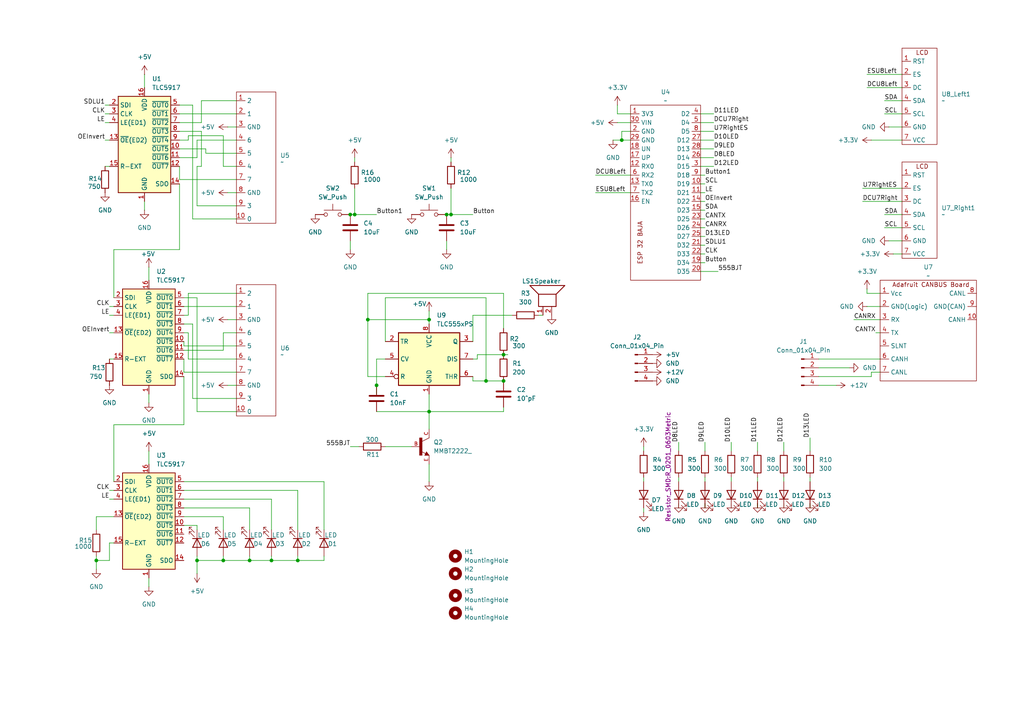
<source format=kicad_sch>
(kicad_sch (version 20231120) (generator "eeschema") (generator_version "8.0")
  (paper "A4")
  (lib_symbols
    (symbol "7 Segment LCD:7_Segment_LED"
      (property "Reference" "U" (at 0 0 0))
      (symbol "7_Segment_LED_1_1"
        (pin input line (at -7.62 0 0) (length 2.54) (name "2") (number "1"))
        (pin input line (at -7.62 -34.29 0) (length 2.54) (name "0") (number "10"))
        (pin input line (at -7.62 -3.81 0) (length 2.54) (name "1") (number "2"))
        (pin input line (at -7.62 -7.62 0) (length 2.54) (name "GND") (number "3"))
        (pin input line (at -7.62 -11.43 0) (length 2.54) (name "6") (number "4"))
        (pin input line (at -7.62 -15.24 0) (length 2.54) (name "5") (number "5"))
        (pin input line (at -7.62 -19.05 0) (length 2.54) (name "4") (number "6"))
        (pin input line (at -7.62 -22.86 0) (length 2.54) (name "7") (number "7"))
        (pin input line (at -7.62 -26.67 0) (length 2.54) (name "GND") (number "8"))
        (pin input line (at -7.62 -30.48 0) (length 2.54) (name "3") (number "9"))
      )
    )
    (symbol "CanBUS:Adafruit_CAN_Pal"
      (property "Reference" "U" (at 0 0 0))
      (symbol "Adafruit_CAN_Pal_1_1"
        (text "Adafruit CANBUS Board" (at -0.508 2.54 0) (effects (font (size 1.27 1.27))))
        (pin input line (at -15.24 0 0) (length 2.54) (name "Vcc") (number "1"))
        (pin input line (at 12.7 -7.62 180) (length 2.54) (name "CANH") (number "10"))
        (pin input line (at -15.24 -3.81 0) (length 2.54) (name "GND(Logic)") (number "2"))
        (pin input line (at -15.24 -7.62 0) (length 2.54) (name "RX") (number "3"))
        (pin input line (at -15.24 -11.43 0) (length 2.54) (name "TX") (number "4"))
        (pin input line (at -15.24 -15.24 0) (length 2.54) (name "SLNT") (number "5"))
        (pin input line (at -15.24 -19.05 0) (length 2.54) (name "CANH") (number "6"))
        (pin input line (at -15.24 -22.86 0) (length 2.54) (name "CANL") (number "7"))
        (pin input line (at 12.7 0 180) (length 2.54) (name "CANL") (number "8"))
        (pin input line (at 12.7 -3.81 180) (length 2.54) (name "GND(CAN)") (number "9"))
      )
    )
    (symbol "Connector:Conn_01x04_Pin" (pin_names (offset 1.016) hide)
      (property "Reference" "J" (at 0 5.08 0))
      (property "Value" "Conn_01x04_Pin" (at 0 -7.62 0))
      (symbol "Conn_01x04_Pin_1_1"
        (pin passive line (at 5.08 2.54 180) (length 3.81) (name "Pin_1") (number "1"))
        (pin passive line (at 5.08 0 180) (length 3.81) (name "Pin_2") (number "2"))
        (pin passive line (at 5.08 -2.54 180) (length 3.81) (name "Pin_3") (number "3"))
        (pin passive line (at 5.08 -5.08 180) (length 3.81) (name "Pin_4") (number "4"))
      )
    )
    (symbol "Device:C" (pin_numbers hide) (pin_names (offset 0.254))
      (property "Reference" "C" (at 0.635 2.54 0))
      (property "Value" "C" (at 0.635 -2.54 0))
      (symbol "C_1_1"
        (pin passive line (at 0 3.81 270) (length 2.794) (name "~") (number "1"))
        (pin passive line (at 0 -3.81 90) (length 2.794) (name "~") (number "2"))
      )
    )
    (symbol "Device:LED" (pin_numbers hide) (pin_names (offset 1.016) hide)
      (property "Reference" "D" (at 0 2.54 0))
      (property "Value" "LED" (at 0 -2.54 0))
      (symbol "LED_1_1"
        (pin passive line (at -3.81 0 0) (length 2.54) (name "K") (number "1"))
        (pin passive line (at 3.81 0 180) (length 2.54) (name "A") (number "2"))
      )
    )
    (symbol "Device:R" (pin_numbers hide) (pin_names (offset 0))
      (property "Reference" "R" (at 2.032 0 90))
      (property "Value" "R" (at 0 0 90))
      (symbol "R_1_1"
        (pin passive line (at 0 3.81 270) (length 1.27) (name "~") (number "1"))
        (pin passive line (at 0 -3.81 90) (length 1.27) (name "~") (number "2"))
      )
    )
    (symbol "Device:Speaker" (pin_names (offset 0) hide)
      (property "Reference" "LS" (at 1.27 5.715 0))
      (property "Value" "Speaker" (at 1.27 3.81 0))
      (symbol "Speaker_1_1"
        (pin input line (at -5.08 0 0) (length 2.54) (name "1") (number "1"))
        (pin input line (at -5.08 -2.54 0) (length 2.54) (name "2") (number "2"))
      )
    )
    (symbol "Driver_LED:TLC5917"
      (property "Reference" "U" (at -7.62 13.97 0))
      (property "Value" "TLC5917" (at -7.62 -16.51 0))
      (symbol "TLC5917_1_0"
        (pin power_in line (at 0 -17.78 90) (length 2.54) (name "GND") (number "1"))
        (pin open_collector line (at 10.16 -2.54 180) (length 2.54) (name "~{OUT5}") (number "10"))
        (pin open_collector line (at 10.16 -5.08 180) (length 2.54) (name "~{OUT6}") (number "11"))
        (pin open_collector line (at 10.16 -7.62 180) (length 2.54) (name "~{OUT7}") (number "12"))
        (pin passive line (at -10.16 0 0) (length 2.54) (name "~{OE}(ED2)") (number "13"))
        (pin output line (at 10.16 -12.7 180) (length 2.54) (name "SDO") (number "14"))
        (pin input line (at -10.16 -7.62 0) (length 2.54) (name "R-EXT") (number "15"))
        (pin power_in line (at 0 15.24 270) (length 2.54) (name "VDD") (number "16"))
        (pin input line (at -10.16 10.16 0) (length 2.54) (name "SDI") (number "2"))
        (pin input line (at -10.16 7.62 0) (length 2.54) (name "CLK") (number "3"))
        (pin passive line (at -10.16 5.08 0) (length 2.54) (name "LE(ED1)") (number "4"))
        (pin open_collector line (at 10.16 10.16 180) (length 2.54) (name "~{OUT0}") (number "5"))
        (pin open_collector line (at 10.16 7.62 180) (length 2.54) (name "~{OUT1}") (number "6"))
        (pin open_collector line (at 10.16 5.08 180) (length 2.54) (name "~{OUT2}") (number "7"))
        (pin open_collector line (at 10.16 2.54 180) (length 2.54) (name "~{OUT3}") (number "8"))
        (pin open_collector line (at 10.16 0 180) (length 2.54) (name "~{OUT4}") (number "9"))
      )
    )
    (symbol "ESP 32:ESP32"
      (property "Reference" "U" (at 0 0 0))
      (symbol "ESP32_1_1"
        (text "ESP 32 BAJA\n" (at -7.366 -38.608 900) (effects (font (size 1.27 1.27))))
        (pin power_in line (at -10.16 -1.27 0) (length 2.54) (name "3V3") (number "1"))
        (pin bidirectional line (at 10.16 -21.59 180) (length 2.54) (name "D19") (number "10"))
        (pin bidirectional line (at 10.16 -24.13 180) (length 2.54) (name "D21") (number "11"))
        (pin input line (at -10.16 -16.51 0) (length 2.54) (name "RX0") (number "12"))
        (pin output line (at -10.16 -21.59 0) (length 2.54) (name "TX0") (number "13"))
        (pin bidirectional line (at 10.16 -26.67 180) (length 2.54) (name "D22") (number "14"))
        (pin bidirectional line (at 10.16 -29.21 180) (length 2.54) (name "D23") (number "15"))
        (pin bidirectional line (at -10.16 -26.67 0) (length 2.54) (name "EN") (number "16"))
        (pin passive line (at -10.16 -13.97 0) (length 2.54) (name "UP") (number "17"))
        (pin free line (at -10.16 -11.43 0) (length 2.54) (name "UN") (number "18"))
        (pin bidirectional line (at 10.16 -44.45 180) (length 2.54) (name "D34") (number "19"))
        (pin power_in line (at -10.16 -6.35 0) (length 2.54) (name "GND") (number "2"))
        (pin bidirectional line (at 10.16 -46.99 180) (length 2.54) (name "D35") (number "20"))
        (pin bidirectional line (at 10.16 -39.37 180) (length 2.54) (name "D32") (number "21"))
        (pin bidirectional line (at 10.16 -41.91 180) (length 2.54) (name "D33") (number "22"))
        (pin bidirectional line (at 10.16 -31.75 180) (length 2.54) (name "D25") (number "23"))
        (pin bidirectional line (at 10.16 -34.29 180) (length 2.54) (name "D26") (number "24"))
        (pin bidirectional line (at 10.16 -36.83 180) (length 2.54) (name "D27") (number "25"))
        (pin bidirectional line (at 10.16 -13.97 180) (length 2.54) (name "D14") (number "26"))
        (pin bidirectional line (at 10.16 -8.89 180) (length 2.54) (name "D12") (number "27"))
        (pin bidirectional line (at 10.16 -11.43 180) (length 2.54) (name "D13") (number "28"))
        (pin power_in line (at -10.16 -8.89 0) (length 2.54) (name "GND") (number "29"))
        (pin bidirectional line (at 10.16 -16.51 180) (length 2.54) (name "D15") (number "3"))
        (pin power_in line (at -10.16 -3.81 0) (length 2.54) (name "VIN") (number "30"))
        (pin bidirectional line (at 10.16 -1.27 180) (length 2.54) (name "D2") (number "4"))
        (pin bidirectional line (at 10.16 -3.81 180) (length 2.54) (name "D4") (number "5"))
        (pin input line (at -10.16 -19.05 0) (length 2.54) (name "RX2") (number "6"))
        (pin output line (at -10.16 -24.13 0) (length 2.54) (name "TX2") (number "7"))
        (pin bidirectional line (at 10.16 -6.35 180) (length 2.54) (name "D5") (number "8"))
        (pin bidirectional line (at 10.16 -19.05 180) (length 2.54) (name "D18") (number "9"))
      )
    )
    (symbol "LCD:Teyleten_Robot_1.28_Inch_TFT_LCD_Display_Module_Round_RGB_240_*_240_GC9A01_Driver_4_Wire_SPI_Interface_240x240_PCB_for_Arduino_3PCS"
      (property "Reference" "U" (at 0 0 0))
      (symbol "Teyleten_Robot_1.28_Inch_TFT_LCD_Display_Module_Round_RGB_240_*_240_GC9A01_Driver_4_Wire_SPI_Interface_240x240_PCB_for_Arduino_3PCS_1_1"
        (text "LCD" (at 3.302 0 0) (effects (font (size 1.27 1.27))))
        (pin input line (at -2.54 -2.54 0) (length 2.54) (name "RST") (number "1"))
        (pin input line (at -2.54 -6.35 0) (length 2.54) (name "ES") (number "2"))
        (pin input line (at -2.54 -10.16 0) (length 2.54) (name "DC") (number "3"))
        (pin input line (at -2.54 -13.97 0) (length 2.54) (name "SDA") (number "4"))
        (pin input line (at -2.54 -17.78 0) (length 2.54) (name "SCL") (number "5"))
        (pin input line (at -2.54 -21.59 0) (length 2.54) (name "GND") (number "6"))
        (pin input line (at -2.54 -25.4 0) (length 2.54) (name "VCC") (number "7"))
      )
    )
    (symbol "MMBT2222_:MMBT2222_" (pin_names (offset 1.016))
      (property "Reference" "Q" (at -10.1692 7.6269 0))
      (property "Value" "MMBT2222_" (at -10.1765 5.0882 0))
      (symbol "MMBT2222__0_0"
        (pin passive line (at -2.54 0 0) (length 2.54) (name "~") (number "B"))
        (pin passive line (at 2.54 5.08 270) (length 2.54) (name "~") (number "C"))
        (pin passive line (at 2.54 -5.08 90) (length 2.54) (name "~") (number "E"))
      )
    )
    (symbol "Mechanical:MountingHole" (pin_names (offset 1.016)) (exclude_from_sim yes) (in_bom no)
      (property "Reference" "H" (at 0 5.08 0))
      (property "Value" "MountingHole" (at 0 3.175 0))
    )
    (symbol "Switch:SW_Push" (pin_numbers hide) (pin_names (offset 1.016) hide)
      (property "Reference" "SW" (at 1.27 2.54 0))
      (property "Value" "SW_Push" (at 0 -1.524 0))
      (symbol "SW_Push_0_1"
        (pin passive line (at -5.08 0 0) (length 2.54) (name "1") (number "1"))
        (pin passive line (at 5.08 0 180) (length 2.54) (name "2") (number "2"))
      )
    )
    (symbol "Timer:TLC555xPS"
      (property "Reference" "U" (at -10.16 8.89 0))
      (property "Value" "TLC555xPS" (at 2.54 8.89 0))
      (symbol "TLC555xPS_0_0"
        (pin power_in line (at 0 -10.16 90) (length 2.54) (name "GND") (number "1"))
        (pin power_in line (at 0 10.16 270) (length 2.54) (name "VCC") (number "8"))
      )
      (symbol "TLC555xPS_1_1"
        (pin input line (at -12.7 5.08 0) (length 3.81) (name "TR") (number "2"))
        (pin output line (at 12.7 5.08 180) (length 3.81) (name "Q") (number "3"))
        (pin input inverted (at -12.7 -5.08 0) (length 3.81) (name "R") (number "4"))
        (pin input line (at -12.7 0 0) (length 3.81) (name "CV") (number "5"))
        (pin input line (at 12.7 -5.08 180) (length 3.81) (name "THR") (number "6"))
        (pin input line (at 12.7 0 180) (length 3.81) (name "DIS") (number "7"))
      )
    )
    (symbol "power:+12V" (power) (pin_numbers hide) (pin_names (offset 0) hide)
      (property "Value" "+12V" (at 0 3.556 0))
      (symbol "+12V_1_1"
        (pin power_in line (at 0 0 90) (length 0) (name "~") (number "1"))
      )
    )
    (symbol "power:+3.3V" (power) (pin_numbers hide) (pin_names (offset 0) hide)
      (property "Value" "+3.3V" (at 0 3.556 0))
      (symbol "+3.3V_1_1"
        (pin power_in line (at 0 0 90) (length 0) (name "~") (number "1"))
      )
    )
    (symbol "power:+5V" (power) (pin_numbers hide) (pin_names (offset 0) hide)
      (property "Value" "+5V" (at 0 3.556 0))
      (symbol "+5V_1_1"
        (pin power_in line (at 0 0 90) (length 0) (name "~") (number "1"))
      )
    )
    (symbol "power:GND" (power) (pin_numbers hide) (pin_names (offset 0) hide)
      (property "Value" "GND" (at 0 -3.81 0))
      (symbol "GND_1_1"
        (pin power_in line (at 0 0 270) (length 0) (name "~") (number "1"))
      )
    )
  )
  (junction (at 140.97 110.49))
  (junction (at 129.54 62.23))
  (junction (at 109.22 111.76))
  (junction (at 86.36 162.56))
  (junction (at 124.46 119.38))
  (junction (at 57.15 162.56))
  (junction (at 106.68 92.71))
  (junction (at 72.39 162.56))
  (junction (at 146.05 110.49))
  (junction (at 146.05 102.87))
  (junction (at 64.77 162.56))
  (junction (at 180.34 40.64))
  (junction (at 130.81 62.23))
  (junction (at 78.74 162.56))
  (junction (at 27.94 162.56))
  (junction (at 101.6 62.23))
  (junction (at 124.46 92.71))
  (junction (at 102.87 62.23))
  (wire (pts (xy 41.91 21.59) (xy 41.91 25.4)))
  (wire (pts (xy 137.16 91.44) (xy 137.16 99.06)))
  (wire (pts (xy 43.18 77.47) (xy 43.18 81.28)))
  (wire (pts (xy 180.34 40.64) (xy 182.88 40.64)))
  (wire (pts (xy 101.6 129.54) (xy 104.14 129.54)))
  (wire (pts (xy 109.22 104.14) (xy 109.22 111.76)))
  (wire (pts (xy 227.33 146.05) (xy 227.33 147.32)))
  (wire (pts (xy 64.77 149.86) (xy 64.77 153.67)))
  (wire (pts (xy 247.65 92.71) (xy 255.27 92.71)))
  (wire (pts (xy 234.95 146.05) (xy 234.95 147.32)))
  (wire (pts (xy 58.42 29.21) (xy 68.58 29.21)))
  (wire (pts (xy 68.58 44.45) (xy 59.69 44.45)))
  (wire (pts (xy 109.22 119.38) (xy 124.46 119.38)))
  (wire (pts (xy 251.46 21.59) (xy 261.62 21.59)))
  (wire (pts (xy 72.39 147.32) (xy 72.39 153.67)))
  (wire (pts (xy 78.74 162.56) (xy 86.36 162.56)))
  (wire (pts (xy 30.48 35.56) (xy 31.75 35.56)))
  (wire (pts (xy 207.01 45.72) (xy 203.2 45.72)))
  (wire (pts (xy 207.01 48.26) (xy 203.2 48.26)))
  (wire (pts (xy 186.69 129.54) (xy 186.69 130.81)))
  (wire (pts (xy 64.77 101.6) (xy 64.77 96.52)))
  (wire (pts (xy 64.77 48.26) (xy 64.77 39.37)))
  (wire (pts (xy 130.81 45.72) (xy 130.81 46.99)))
  (wire (pts (xy 204.47 60.96) (xy 203.2 60.96)))
  (wire (pts (xy 148.59 91.44) (xy 137.16 91.44)))
  (wire (pts (xy 186.69 147.32) (xy 186.69 148.59)))
  (wire (pts (xy 43.18 114.3) (xy 43.18 116.84)))
  (wire (pts (xy 68.58 48.26) (xy 64.77 48.26)))
  (wire (pts (xy 43.18 167.64) (xy 43.18 170.18)))
  (wire (pts (xy 124.46 92.71) (xy 106.68 92.71)))
  (wire (pts (xy 204.47 146.05) (xy 204.47 147.32)))
  (wire (pts (xy 52.07 38.1) (xy 58.42 38.1)))
  (wire (pts (xy 157.48 91.44) (xy 156.21 91.44)))
  (wire (pts (xy 256.54 29.21) (xy 261.62 29.21)))
  (wire (pts (xy 204.47 68.58) (xy 203.2 68.58)))
  (wire (pts (xy 237.49 104.14) (xy 255.27 104.14)))
  (wire (pts (xy 53.34 147.32) (xy 72.39 147.32)))
  (wire (pts (xy 196.85 146.05) (xy 196.85 147.32)))
  (wire (pts (xy 204.47 53.34) (xy 203.2 53.34)))
  (wire (pts (xy 55.88 115.57) (xy 55.88 93.98)))
  (wire (pts (xy 237.49 109.22) (xy 252.73 109.22)))
  (wire (pts (xy 55.88 93.98) (xy 53.34 93.98)))
  (wire (pts (xy 59.69 44.45) (xy 59.69 43.18)))
  (wire (pts (xy 124.46 114.3) (xy 124.46 119.38)))
  (wire (pts (xy 52.07 52.07) (xy 68.58 52.07)))
  (wire (pts (xy 129.54 72.39) (xy 129.54 69.85)))
  (wire (pts (xy 78.74 161.29) (xy 78.74 162.56)))
  (wire (pts (xy 124.46 90.17) (xy 124.46 92.71)))
  (wire (pts (xy 203.2 50.8) (xy 204.47 50.8)))
  (wire (pts (xy 137.16 110.49) (xy 140.97 110.49)))
  (wire (pts (xy 251.46 83.82) (xy 251.46 85.09)))
  (wire (pts (xy 237.49 111.76) (xy 242.57 111.76)))
  (wire (pts (xy 111.76 86.36) (xy 111.76 99.06)))
  (wire (pts (xy 124.46 119.38) (xy 146.05 119.38)))
  (wire (pts (xy 101.6 62.23) (xy 102.87 62.23)))
  (wire (pts (xy 204.47 138.43) (xy 204.47 139.7)))
  (wire (pts (xy 68.58 85.09) (xy 54.61 85.09)))
  (wire (pts (xy 78.74 144.78) (xy 78.74 153.67)))
  (wire (pts (xy 64.77 162.56) (xy 72.39 162.56)))
  (wire (pts (xy 54.61 91.44) (xy 53.34 91.44)))
  (wire (pts (xy 31.75 91.44) (xy 33.02 91.44)))
  (wire (pts (xy 204.47 55.88) (xy 203.2 55.88)))
  (wire (pts (xy 53.34 100.33) (xy 53.34 99.06)))
  (wire (pts (xy 196.85 138.43) (xy 196.85 139.7)))
  (wire (pts (xy 31.75 142.24) (xy 33.02 142.24)))
  (wire (pts (xy 54.61 85.09) (xy 54.61 91.44)))
  (wire (pts (xy 219.71 128.27) (xy 219.71 130.81)))
  (wire (pts (xy 52.07 72.39) (xy 33.02 72.39)))
  (wire (pts (xy 140.97 110.49) (xy 140.97 86.36)))
  (wire (pts (xy 196.85 128.27) (xy 196.85 130.81)))
  (wire (pts (xy 52.07 53.34) (xy 52.07 72.39)))
  (wire (pts (xy 111.76 104.14) (xy 109.22 104.14)))
  (wire (pts (xy 137.16 104.14) (xy 138.43 104.14)))
  (wire (pts (xy 212.09 138.43) (xy 212.09 139.7)))
  (wire (pts (xy 57.15 86.36) (xy 53.34 86.36)))
  (wire (pts (xy 33.02 149.86) (xy 27.94 149.86)))
  (wire (pts (xy 179.07 35.56) (xy 182.88 35.56)))
  (wire (pts (xy 234.95 127) (xy 234.95 130.81)))
  (wire (pts (xy 54.61 39.37) (xy 54.61 40.64)))
  (wire (pts (xy 130.81 62.23) (xy 137.16 62.23)))
  (wire (pts (xy 207.01 38.1) (xy 203.2 38.1)))
  (wire (pts (xy 177.8 40.64) (xy 180.34 40.64)))
  (wire (pts (xy 58.42 35.56) (xy 58.42 29.21)))
  (wire (pts (xy 53.34 101.6) (xy 64.77 101.6)))
  (wire (pts (xy 53.34 139.7) (xy 93.98 139.7)))
  (wire (pts (xy 64.77 39.37) (xy 54.61 39.37)))
  (wire (pts (xy 204.47 71.12) (xy 203.2 71.12)))
  (wire (pts (xy 227.33 128.27) (xy 227.33 130.81)))
  (wire (pts (xy 58.42 48.26) (xy 58.42 38.1)))
  (wire (pts (xy 57.15 152.4) (xy 57.15 153.67)))
  (wire (pts (xy 27.94 165.1) (xy 27.94 162.56)))
  (wire (pts (xy 31.75 157.48) (xy 33.02 157.48)))
  (wire (pts (xy 234.95 138.43) (xy 234.95 139.7)))
  (wire (pts (xy 251.46 25.4) (xy 261.62 25.4)))
  (wire (pts (xy 31.75 162.56) (xy 27.94 162.56)))
  (wire (pts (xy 146.05 95.25) (xy 146.05 85.09)))
  (wire (pts (xy 130.81 54.61) (xy 130.81 62.23)))
  (wire (pts (xy 219.71 138.43) (xy 219.71 139.7)))
  (wire (pts (xy 68.58 119.38) (xy 57.15 119.38)))
  (wire (pts (xy 204.47 63.5) (xy 203.2 63.5)))
  (wire (pts (xy 257.81 69.85) (xy 261.62 69.85)))
  (wire (pts (xy 250.19 58.42) (xy 261.62 58.42)))
  (wire (pts (xy 27.94 162.56) (xy 27.94 161.29)))
  (wire (pts (xy 102.87 54.61) (xy 102.87 62.23)))
  (wire (pts (xy 86.36 161.29) (xy 86.36 162.56)))
  (wire (pts (xy 102.87 62.23) (xy 109.22 62.23)))
  (wire (pts (xy 52.07 52.07) (xy 52.07 48.26)))
  (wire (pts (xy 254 96.52) (xy 255.27 96.52)))
  (wire (pts (xy 212.09 146.05) (xy 212.09 147.32)))
  (wire (pts (xy 250.19 54.61) (xy 261.62 54.61)))
  (wire (pts (xy 52.07 33.02) (xy 68.58 33.02)))
  (wire (pts (xy 227.33 138.43) (xy 227.33 139.7)))
  (wire (pts (xy 68.58 104.14) (xy 54.61 104.14)))
  (wire (pts (xy 256.54 33.02) (xy 261.62 33.02)))
  (wire (pts (xy 52.07 30.48) (xy 55.88 30.48)))
  (wire (pts (xy 237.49 106.68) (xy 246.38 106.68)))
  (wire (pts (xy 207.01 40.64) (xy 203.2 40.64)))
  (wire (pts (xy 68.58 63.5) (xy 55.88 63.5)))
  (wire (pts (xy 86.36 162.56) (xy 93.98 162.56)))
  (wire (pts (xy 54.61 104.14) (xy 54.61 96.52)))
  (wire (pts (xy 146.05 85.09) (xy 106.68 85.09)))
  (wire (pts (xy 204.47 66.04) (xy 203.2 66.04)))
  (wire (pts (xy 57.15 48.26) (xy 58.42 48.26)))
  (wire (pts (xy 180.34 38.1) (xy 180.34 40.64)))
  (wire (pts (xy 203.2 43.18) (xy 207.01 43.18)))
  (wire (pts (xy 53.34 142.24) (xy 86.36 142.24)))
  (wire (pts (xy 66.04 111.76) (xy 68.58 111.76)))
  (wire (pts (xy 53.34 144.78) (xy 78.74 144.78)))
  (wire (pts (xy 66.04 55.88) (xy 68.58 55.88)))
  (wire (pts (xy 124.46 92.71) (xy 124.46 93.98)))
  (wire (pts (xy 53.34 107.95) (xy 53.34 104.14)))
  (wire (pts (xy 146.05 102.87) (xy 138.43 102.87)))
  (wire (pts (xy 53.34 149.86) (xy 64.77 149.86)))
  (wire (pts (xy 59.69 43.18) (xy 52.07 43.18)))
  (wire (pts (xy 41.91 58.42) (xy 41.91 60.96)))
  (wire (pts (xy 31.75 157.48) (xy 31.75 162.56)))
  (wire (pts (xy 207.01 33.02) (xy 203.2 33.02)))
  (wire (pts (xy 68.58 107.95) (xy 53.34 107.95)))
  (wire (pts (xy 27.94 149.86) (xy 27.94 153.67)))
  (wire (pts (xy 31.75 104.14) (xy 33.02 104.14)))
  (wire (pts (xy 57.15 45.72) (xy 52.07 45.72)))
  (wire (pts (xy 55.88 63.5) (xy 55.88 30.48)))
  (wire (pts (xy 53.34 88.9) (xy 68.58 88.9)))
  (wire (pts (xy 182.88 38.1) (xy 180.34 38.1)))
  (wire (pts (xy 106.68 109.22) (xy 111.76 109.22)))
  (wire (pts (xy 43.18 130.81) (xy 43.18 134.62)))
  (wire (pts (xy 66.04 92.71) (xy 68.58 92.71)))
  (wire (pts (xy 140.97 110.49) (xy 146.05 110.49)))
  (wire (pts (xy 57.15 162.56) (xy 64.77 162.56)))
  (wire (pts (xy 204.47 76.2) (xy 203.2 76.2)))
  (wire (pts (xy 102.87 45.72) (xy 102.87 46.99)))
  (wire (pts (xy 251.46 85.09) (xy 255.27 85.09)))
  (wire (pts (xy 64.77 96.52) (xy 68.58 96.52)))
  (wire (pts (xy 68.58 115.57) (xy 55.88 115.57)))
  (wire (pts (xy 57.15 162.56) (xy 57.15 166.37)))
  (wire (pts (xy 57.15 40.64) (xy 57.15 45.72)))
  (wire (pts (xy 219.71 146.05) (xy 219.71 147.32)))
  (wire (pts (xy 204.47 58.42) (xy 203.2 58.42)))
  (wire (pts (xy 140.97 86.36) (xy 111.76 86.36)))
  (wire (pts (xy 204.47 73.66) (xy 203.2 73.66)))
  (wire (pts (xy 111.76 129.54) (xy 119.38 129.54)))
  (wire (pts (xy 33.02 123.19) (xy 33.02 139.7)))
  (wire (pts (xy 68.58 40.64) (xy 57.15 40.64)))
  (wire (pts (xy 261.62 40.64) (xy 252.73 40.64)))
  (wire (pts (xy 72.39 162.56) (xy 78.74 162.56)))
  (wire (pts (xy 101.6 72.39) (xy 101.6 69.85)))
  (wire (pts (xy 138.43 102.87) (xy 138.43 104.14)))
  (wire (pts (xy 54.61 96.52) (xy 53.34 96.52)))
  (wire (pts (xy 93.98 139.7) (xy 93.98 153.67)))
  (wire (pts (xy 204.47 128.27) (xy 204.47 130.81)))
  (wire (pts (xy 259.08 73.66) (xy 261.62 73.66)))
  (wire (pts (xy 106.68 92.71) (xy 106.68 109.22)))
  (wire (pts (xy 86.36 142.24) (xy 86.36 153.67)))
  (wire (pts (xy 52.07 35.56) (xy 58.42 35.56)))
  (wire (pts (xy 256.54 62.23) (xy 261.62 62.23)))
  (wire (pts (xy 54.61 40.64) (xy 52.07 40.64)))
  (wire (pts (xy 30.48 48.26) (xy 31.75 48.26)))
  (wire (pts (xy 179.07 33.02) (xy 182.88 33.02)))
  (wire (pts (xy 207.01 35.56) (xy 203.2 35.56)))
  (wire (pts (xy 68.58 100.33) (xy 53.34 100.33)))
  (wire (pts (xy 57.15 59.69) (xy 57.15 48.26)))
  (wire (pts (xy 172.72 50.8) (xy 182.88 50.8)))
  (wire (pts (xy 212.09 128.27) (xy 212.09 130.81)))
  (wire (pts (xy 93.98 161.29) (xy 93.98 162.56)))
  (wire (pts (xy 106.68 85.09) (xy 106.68 92.71)))
  (wire (pts (xy 256.54 66.04) (xy 261.62 66.04)))
  (wire (pts (xy 31.75 144.78) (xy 33.02 144.78)))
  (wire (pts (xy 57.15 59.69) (xy 68.58 59.69)))
  (wire (pts (xy 53.34 123.19) (xy 33.02 123.19)))
  (wire (pts (xy 53.34 109.22) (xy 53.34 123.19)))
  (wire (pts (xy 31.75 96.52) (xy 33.02 96.52)))
  (wire (pts (xy 57.15 152.4) (xy 53.34 152.4)))
  (wire (pts (xy 30.48 30.48) (xy 31.75 30.48)))
  (wire (pts (xy 257.81 36.83) (xy 261.62 36.83)))
  (wire (pts (xy 57.15 161.29) (xy 57.15 162.56)))
  (wire (pts (xy 147.32 102.87) (xy 146.05 102.87)))
  (wire (pts (xy 109.22 111.76) (xy 109.22 114.3)))
  (wire (pts (xy 179.07 30.48) (xy 179.07 33.02)))
  (wire (pts (xy 64.77 161.29) (xy 64.77 162.56)))
  (wire (pts (xy 124.46 119.38) (xy 124.46 124.46)))
  (wire (pts (xy 203.2 78.74) (xy 208.28 78.74)))
  (wire (pts (xy 72.39 162.56) (xy 72.39 161.29)))
  (wire (pts (xy 137.16 110.49) (xy 137.16 109.22)))
  (wire (pts (xy 186.69 138.43) (xy 186.69 139.7)))
  (wire (pts (xy 146.05 118.11) (xy 146.05 119.38)))
  (wire (pts (xy 252.73 107.95) (xy 255.27 107.95)))
  (wire (pts (xy 66.04 36.83) (xy 68.58 36.83)))
  (wire (pts (xy 129.54 62.23) (xy 130.81 62.23)))
  (wire (pts (xy 30.48 40.64) (xy 31.75 40.64)))
  (wire (pts (xy 30.48 33.02) (xy 31.75 33.02)))
  (wire (pts (xy 31.75 88.9) (xy 33.02 88.9)))
  (wire (pts (xy 57.15 119.38) (xy 57.15 86.36)))
  (wire (pts (xy 172.72 55.88) (xy 182.88 55.88)))
  (wire (pts (xy 252.73 109.22) (xy 252.73 107.95)))
  (wire (pts (xy 124.46 134.62) (xy 124.46 139.7)))
  (wire (pts (xy 33.02 72.39) (xy 33.02 86.36)))
  (wire (pts (xy 251.46 88.9) (xy 255.27 88.9)))
  (label "CANTX" (at 204.47 63.5 0))
  (label "DCU8Left" (at 251.46 25.4 0))
  (label "LE" (at 31.75 91.44 180))
  (label "D13LED" (at 204.47 68.58 0))
  (label "SCL" (at 256.54 33.02 0))
  (label "CANRX" (at 204.47 66.04 0))
  (label "OEInvert" (at 30.48 40.64 180))
  (label "D10LED" (at 212.09 128.27 90))
  (label "CLK" (at 30.48 33.02 180))
  (label "D8LED" (at 196.85 128.27 90))
  (label "D13LED" (at 234.95 127 90))
  (label "555BJT" (at 208.28 78.74 0))
  (label "Button" (at 204.47 76.2 0))
  (label "SCL" (at 204.47 53.34 0))
  (label "LE" (at 30.48 35.56 180))
  (label "CLK" (at 204.47 73.66 0))
  (label "SCL" (at 256.54 66.04 0))
  (label "SDA" (at 256.54 62.23 0))
  (label "CLK" (at 31.75 142.24 180))
  (label "DCU7Right" (at 250.19 58.42 0))
  (label "D9LED" (at 204.47 128.27 90))
  (label "555BJT" (at 101.6 129.54 180))
  (label "SDLU1" (at 30.48 30.48 180))
  (label "U7RightES" (at 250.19 54.61 0))
  (label "D9LED" (at 207.01 43.18 0))
  (label "U7RightES" (at 207.01 38.1 0))
  (label "DCU7Right" (at 207.01 35.56 0))
  (label "CANTX" (at 254 96.52 180))
  (label "ESU8Left" (at 172.72 55.88 0))
  (label "OEInvert" (at 31.75 96.52 180))
  (label "D12LED" (at 227.33 128.27 90))
  (label "OEInvert" (at 204.47 58.42 0))
  (label "SDLU1" (at 204.47 71.12 0))
  (label "LE" (at 204.47 55.88 0))
  (label "D11LED" (at 207.01 33.02 0))
  (label "Button1" (at 109.22 62.23 0))
  (label "ESU8Left" (at 251.46 21.59 0))
  (label "CANRX" (at 247.65 92.71 0))
  (label "D10LED" (at 207.01 40.64 0))
  (label "D8LED" (at 207.01 45.72 0))
  (label "SDA" (at 256.54 29.21 0))
  (label "Button1" (at 204.47 50.8 0))
  (label "SDA" (at 204.47 60.96 0))
  (label "DCU8Left" (at 172.72 50.8 0))
  (label "Button" (at 137.16 62.23 0))
  (label "D11LED" (at 219.71 128.27 90))
  (label "LE" (at 31.75 144.78 180))
  (label "D12LED" (at 207.01 48.26 0))
  (label "CLK" (at 31.75 88.9 180))
  (symbol (lib_id "power:GND") (at 101.6 72.39 0) (unit 1)
    (property "Reference" "#PWR031" (effects (hide yes)))
    (property "Value" "GND" (at 101.6 77.47 0))
    (property "Description" "Power symbol creates a global label with name \"GND\" , ground" (effects (hide yes)))
  )
  (symbol (lib_id "Device:LED") (at 212.09 143.51 90) (unit 1)
    (property "Reference" "D10" (at 214.376 143.764 90) (effects (justify right)))
    (property "Value" "LED" (at 214.376 146.304 90) (effects (justify right)))
    (property "Footprint" "bajaRedoSaves:LED 5mm Vertical" (effects (hide yes)))
    (property "Description" "Light emitting diode" (effects (hide yes)))
  )
  (symbol (lib_id "power:+5V") (at 66.04 55.88 90) (unit 1)
    (property "Reference" "#PWR025" (effects (hide yes)))
    (property "Value" "+5V" (at 62.23 55.8799 90) (effects (justify left)))
    (property "Description" "Power symbol creates a global label with name \"+5V\"" (effects (hide yes)))
  )
  (symbol (lib_id "power:GND") (at 91.44 62.23 0) (unit 1)
    (property "Reference" "#PWR030" (effects (hide yes)))
    (property "Value" "GND" (at 91.44 67.31 0))
    (property "Description" "Power symbol creates a global label with name \"GND\" , ground" (effects (hide yes)))
  )
  (symbol (lib_id "Device:LED") (at 86.36 157.48 270) (unit 1)
    (property "Reference" "D2" (at 90.17 157.734 90) (effects (justify right)))
    (property "Value" "LED" (at 90.17 155.194 90) (effects (justify right)))
    (property "Footprint" "bajaRedoSaves:LED 5mm Vertical" (effects (hide yes)))
    (property "Description" "Light emitting diode" (effects (hide yes)))
  )
  (symbol (lib_id "power:+3.3V") (at 179.07 30.48 0) (unit 1)
    (property "Reference" "#PWR020" (effects (hide yes)))
    (property "Value" "+3.3V" (at 179.07 25.4 0))
    (property "Description" "Power symbol creates a global label with name \"+3.3V\"" (effects (hide yes)))
  )
  (symbol (lib_id "Device:Speaker") (at 157.48 86.36 90) (unit 1)
    (property "Reference" "LS1" (at 151.384 81.534 90) (effects (justify right)))
    (property "Value" "Speaker" (at 154.94 81.534 90) (effects (justify right)))
    (property "Footprint" "Buzzer_Beeper:Buzzer_12x9.5RM7.6" (effects (hide yes)))
    (property "Description" "Speaker" (effects (hide yes)))
  )
  (symbol (lib_id "power:+5V") (at 43.18 77.47 0) (unit 1)
    (property "Reference" "#PWR05" (effects (hide yes)))
    (property "Value" "+5V" (at 42.926 73.66 0))
    (property "Description" "Power symbol creates a global label with name \"+5V\"" (effects (hide yes)))
  )
  (symbol (lib_id "Device:R") (at 30.48 52.07 0) (unit 1)
    (property "Reference" "R14" (at 25.654 51.816 0) (effects (justify left)))
    (property "Value" "750" (at 25.4 54.102 0) (effects (justify left)))
    (property "Footprint" "Resistor_SMD:R_0201_0603Metric" (effects (hide yes)))
    (property "Description" "Resistor" (effects (hide yes)))
  )
  (symbol (lib_id "power:+3.3V") (at 186.69 129.54 0) (unit 1)
    (property "Reference" "#PWR015" (effects (hide yes)))
    (property "Value" "+3.3V" (at 186.69 124.46 0))
    (property "Description" "Power symbol creates a global label with name \"+3.3V\"" (effects (hide yes)))
  )
  (symbol (lib_id "power:GND") (at 196.85 146.05 0) (unit 1)
    (property "Reference" "#PWR012" (effects (hide yes)))
    (property "Value" "GND" (at 196.85 151.13 0))
    (property "Description" "Power symbol creates a global label with name \"GND\" , ground" (effects (hide yes)))
  )
  (symbol (lib_id "Device:LED") (at 196.85 143.51 90) (unit 1)
    (property "Reference" "D8" (at 199.136 143.764 90) (effects (justify right)))
    (property "Value" "LED" (at 199.136 146.304 90) (effects (justify right)))
    (property "Footprint" "bajaRedoSaves:LED 5mm Vertical" (effects (hide yes)))
    (property "Description" "Light emitting diode" (effects (hide yes)))
  )
  (symbol (lib_id "Connector:Conn_01x04_Pin") (at 184.15 105.41 0) (unit 1)
    (property "Reference" "J2" (at 184.785 97.79 0))
    (property "Value" "Conn_01x04_Pin" (at 184.785 100.33 0))
    (property "Footprint" "bajaRedoSaves:PowerBoard" (effects (hide yes)))
    (property "Description" "Generic connector, single row, 01x04, script generated" (effects (hide yes)))
  )
  (symbol (lib_id "power:+5V") (at 66.04 36.83 90) (unit 1)
    (property "Reference" "#PWR026" (effects (hide yes)))
    (property "Value" "+5V" (at 62.23 36.8299 90) (effects (justify left)))
    (property "Description" "Power symbol creates a global label with name \"+5V\"" (effects (hide yes)))
  )
  (symbol (lib_id "power:+5V") (at 130.81 45.72 0) (unit 1)
    (property "Reference" "#PWR040" (effects (hide yes)))
    (property "Value" "+5V" (at 130.81 40.64 0))
    (property "Description" "Power symbol creates a global label with name \"+5V\"" (effects (hide yes)))
  )
  (symbol (lib_id "power:+5V") (at 41.91 21.59 0) (unit 1)
    (property "Reference" "#PWR02" (effects (hide yes)))
    (property "Value" "+5V" (at 41.91 16.51 0))
    (property "Description" "Power symbol creates a global label with name \"+5V\"" (effects (hide yes)))
  )
  (symbol (lib_id "power:GND") (at 31.75 111.76 0) (unit 1)
    (property "Reference" "#PWR04" (effects (hide yes)))
    (property "Value" "GND" (at 31.75 116.84 0))
    (property "Description" "Power symbol creates a global label with name \"GND\" , ground" (effects (hide yes)))
  )
  (symbol (lib_id "power:+5V") (at 66.04 92.71 90) (unit 1)
    (property "Reference" "#PWR023" (effects (hide yes)))
    (property "Value" "+5V" (at 62.23 92.7099 90) (effects (justify left)))
    (property "Description" "Power symbol creates a global label with name \"+5V\"" (effects (hide yes)))
  )
  (symbol (lib_id "Mechanical:MountingHole") (at 132.08 177.8 0) (unit 1) (exclude_from_sim yes) (in_bom no)
    (property "Reference" "H4" (at 134.62 176.5299 0) (effects (justify left)))
    (property "Value" "MountingHole" (at 134.62 179.0699 0) (effects (justify left)))
    (property "Footprint" "MountingHole:MountingHole_4.3mm_M4" (effects (hide yes)))
    (property "Description" "Mounting Hole without connection" (effects (hide yes)))
  )
  (symbol (lib_id "power:GND") (at 219.71 146.05 0) (unit 1)
    (property "Reference" "#PWR034" (effects (hide yes)))
    (property "Value" "GND" (at 219.71 151.13 0))
    (property "Description" "Power symbol creates a global label with name \"GND\" , ground" (effects (hide yes)))
  )
  (symbol (lib_id "power:+3.3V") (at 251.46 83.82 0) (unit 1)
    (property "Reference" "#PWR029" (effects (hide yes)))
    (property "Value" "+3.3V" (at 251.46 78.74 0))
    (property "Description" "Power symbol creates a global label with name \"+3.3V\"" (effects (hide yes)))
  )
  (symbol (lib_id "Device:LED") (at 234.95 143.51 90) (unit 1)
    (property "Reference" "D13" (at 237.236 143.764 90) (effects (justify right)))
    (property "Value" "LED" (at 237.236 146.304 90) (effects (justify right)))
    (property "Footprint" "bajaRedoSaves:LED 5mm Vertical" (effects (hide yes)))
    (property "Description" "Light emitting diode" (effects (hide yes)))
  )
  (symbol (lib_id "LCD:Teyleten_Robot_1.28_Inch_TFT_LCD_Display_Module_Round_RGB_240_*_240_GC9A01_Driver_4_Wire_SPI_Interface_240x240_PCB_for_Arduino_3PCS") (at 264.16 48.26 0) (unit 1)
    (property "Reference" "U7_Right1" (at 273.05 60.3249 0) (effects (justify left)))
    (property "Value" "~" (at 273.05 62.23 0) (effects (justify left)))
    (property "Footprint" "bajaRedoSaves:1x7 Connectors" (effects (hide yes)))
  )
  (symbol (lib_id "Device:R") (at 31.75 107.95 0) (unit 1)
    (property "Reference" "R13" (at 26.67 106.68 0) (effects (justify left)))
    (property "Value" "750" (at 25.908 109.22 0) (effects (justify left)))
    (property "Footprint" "Resistor_SMD:R_0201_0603Metric" (effects (hide yes)))
    (property "Description" "Resistor" (effects (hide yes)))
  )
  (symbol (lib_id "Device:R") (at 102.87 50.8 0) (unit 1)
    (property "Reference" "R16" (at 104.648 50.038 0) (effects (justify left)))
    (property "Value" "1000" (at 105.41 52.0699 0) (effects (justify left)))
    (property "Footprint" "Resistor_SMD:R_0201_0603Metric" (effects (hide yes)))
    (property "Description" "Resistor" (effects (hide yes)))
  )
  (symbol (lib_id "power:GND") (at 234.95 146.05 0) (unit 1)
    (property "Reference" "#PWR036" (effects (hide yes)))
    (property "Value" "GND" (at 234.95 151.13 0))
    (property "Description" "Power symbol creates a global label with name \"GND\" , ground" (effects (hide yes)))
  )
  (symbol (lib_id "power:GND") (at 189.23 105.41 90) (unit 1)
    (property "Reference" "#PWR045" (effects (hide yes)))
    (property "Value" "GND" (at 193.04 105.4099 90) (effects (justify right)))
    (property "Description" "Power symbol creates a global label with name \"GND\" , ground" (effects (hide yes)))
  )
  (symbol (lib_id "power:GND") (at 43.18 116.84 0) (unit 1)
    (property "Reference" "#PWR06" (effects (hide yes)))
    (property "Value" "GND" (at 43.18 121.92 0))
    (property "Description" "Power symbol creates a global label with name \"GND\" , ground" (effects (hide yes)))
  )
  (symbol (lib_id "Device:R") (at 219.71 134.62 0) (unit 1)
    (property "Reference" "R8" (at 222.25 133.3499 0) (effects (justify left)))
    (property "Value" "300" (at 222.25 135.8899 0) (effects (justify left)))
    (property "Footprint" "Resistor_SMD:R_0201_0603Metric" (effects (hide yes)))
    (property "Description" "Resistor" (effects (hide yes)))
  )
  (symbol (lib_id "power:GND") (at 246.38 106.68 90) (unit 1)
    (property "Reference" "#PWR027" (effects (hide yes)))
    (property "Value" "GND" (at 250.19 106.6799 90) (effects (justify right)))
    (property "Description" "Power symbol creates a global label with name \"GND\" , ground" (effects (hide yes)))
  )
  (symbol (lib_id "Mechanical:MountingHole") (at 132.08 161.29 0) (unit 1) (exclude_from_sim yes) (in_bom no)
    (property "Reference" "H1" (at 134.62 160.0199 0) (effects (justify left)))
    (property "Value" "MountingHole" (at 134.62 162.5599 0) (effects (justify left)))
    (property "Footprint" "MountingHole:MountingHole_4.3mm_M4" (effects (hide yes)))
    (property "Description" "Mounting Hole without connection" (effects (hide yes)))
  )
  (symbol (lib_id "Device:R") (at 186.69 134.62 0) (unit 1)
    (property "Reference" "R4" (at 189.23 133.3499 0) (effects (justify left)))
    (property "Value" "300" (at 189.23 135.8899 0) (effects (justify left)))
    (property "Footprint" "Resistor_SMD:R_0201_0603Metric" (effects (hide yes)))
    (property "Description" "Resistor" (effects (hide yes)))
  )
  (symbol (lib_id "Device:LED") (at 78.74 157.48 270) (unit 1)
    (property "Reference" "D3" (at 82.55 157.734 90) (effects (justify right)))
    (property "Value" "LED" (at 82.55 155.194 90) (effects (justify right)))
    (property "Footprint" "bajaRedoSaves:LED 5mm Vertical" (effects (hide yes)))
    (property "Description" "Light emitting diode" (effects (hide yes)))
  )
  (symbol (lib_id "7 Segment LCD:7_Segment_LED") (at 76.2 29.21 0) (unit 1)
    (property "Reference" "U5" (at 81.28 45.0849 0) (effects (justify left)))
    (property "Value" "~" (at 81.28 46.99 0) (effects (justify left)))
    (property "Footprint" "bajaRedoSaves:baja 7 segment" (effects (hide yes)))
  )
  (symbol (lib_id "Device:R") (at 107.95 129.54 90) (unit 1)
    (property "Reference" "R11" (at 108.204 131.826 90))
    (property "Value" "300" (at 107.95 127.508 90))
    (property "Footprint" "Resistor_SMD:R_0201_0603Metric" (effects (hide yes)))
    (property "Description" "Resistor" (effects (hide yes)))
  )
  (symbol (lib_id "power:+5V") (at 66.04 111.76 90) (unit 1)
    (property "Reference" "#PWR024" (effects (hide yes)))
    (property "Value" "+5V" (at 62.23 111.7599 90) (effects (justify left)))
    (property "Description" "Power symbol creates a global label with name \"+5V\"" (effects (hide yes)))
  )
  (symbol (lib_id "Device:LED") (at 227.33 143.51 90) (unit 1)
    (property "Reference" "D12" (at 229.616 143.764 90) (effects (justify right)))
    (property "Value" "LED" (at 229.616 146.304 90) (effects (justify right)))
    (property "Footprint" "bajaRedoSaves:LED 5mm Vertical" (effects (hide yes)))
    (property "Description" "Light emitting diode" (effects (hide yes)))
  )
  (symbol (lib_id "power:GND") (at 257.81 36.83 270) (unit 1)
    (property "Reference" "#PWR019" (effects (hide yes)))
    (property "Value" "GND" (at 254 36.8299 90) (effects (justify right)))
    (property "Description" "Power symbol creates a global label with name \"GND\" , ground" (effects (hide yes)))
  )
  (symbol (lib_id "Mechanical:MountingHole") (at 132.08 172.72 0) (unit 1) (exclude_from_sim yes) (in_bom no)
    (property "Reference" "H3" (at 134.62 171.4499 0) (effects (justify left)))
    (property "Value" "MountingHole" (at 134.62 173.9899 0) (effects (justify left)))
    (property "Footprint" "MountingHole:MountingHole_4.3mm_M4" (effects (hide yes)))
    (property "Description" "Mounting Hole without connection" (effects (hide yes)))
  )
  (symbol (lib_id "Mechanical:MountingHole") (at 132.08 166.37 0) (unit 1) (exclude_from_sim yes) (in_bom no)
    (property "Reference" "H2" (at 134.62 165.0999 0) (effects (justify left)))
    (property "Value" "MountingHole" (at 134.62 167.6399 0) (effects (justify left)))
    (property "Footprint" "MountingHole:MountingHole_4.3mm_M4" (effects (hide yes)))
    (property "Description" "Mounting Hole without connection" (effects (hide yes)))
  )
  (symbol (lib_id "Connector:Conn_01x04_Pin") (at 232.41 106.68 0) (unit 1)
    (property "Reference" "J1" (at 233.045 99.06 0))
    (property "Value" "Conn_01x04_Pin" (at 233.045 101.6 0))
    (property "Description" "Generic connector, single row, 01x04, script generated" (effects (hide yes)))
  )
  (symbol (lib_id "ESP 32:ESP32") (at 193.04 31.75 0) (unit 1)
    (property "Reference" "U4" (at 193.04 26.67 0))
    (property "Value" "~" (at 193.04 29.21 0))
    (property "Footprint" "ESP 32:ESP 32 BAJA" (effects (hide yes)))
  )
  (symbol (lib_id "Device:R") (at 234.95 134.62 0) (unit 1)
    (property "Reference" "R10" (at 237.49 133.3499 0) (effects (justify left)))
    (property "Value" "300" (at 237.49 135.8899 0) (effects (justify left)))
    (property "Footprint" "Resistor_SMD:R_0201_0603Metric" (effects (hide yes)))
    (property "Description" "Resistor" (effects (hide yes)))
  )
  (symbol (lib_id "Device:LED") (at 64.77 157.48 270) (unit 1)
    (property "Reference" "D5" (at 68.58 157.734 90) (effects (justify right)))
    (property "Value" "LED" (at 68.58 155.194 90) (effects (justify right)))
    (property "Footprint" "bajaRedoSaves:LED 5mm Vertical" (effects (hide yes)))
    (property "Description" "Light emitting diode" (effects (hide yes)))
  )
  (symbol (lib_id "Device:C") (at 129.54 66.04 180) (unit 1)
    (property "Reference" "C3" (at 133.35 64.7699 0) (effects (justify right)))
    (property "Value" "10uF" (at 133.35 67.3099 0) (effects (justify right)))
    (property "Footprint" "Capacitor_Tantalum_SMD:CP_EIA-1608-08_AVX-J" (effects (hide yes)))
    (property "Description" "Unpolarized capacitor" (effects (hide yes)))
  )
  (symbol (lib_id "Device:LED") (at 186.69 143.51 90) (unit 1)
    (property "Reference" "D7" (at 188.976 145.034 90) (effects (justify right)))
    (property "Value" "LED" (at 188.976 147.574 90) (effects (justify right)))
    (property "Footprint" "bajaRedoSaves:LED 5mm Vertical" (effects (hide yes)))
    (property "Description" "Light emitting diode" (effects (hide yes)))
  )
  (symbol (lib_id "Driver_LED:TLC5917") (at 41.91 40.64 0) (unit 1)
    (property "Reference" "U1" (at 44.1041 22.86 0) (effects (justify left)))
    (property "Value" "TLC5917" (at 44.1041 25.4 0) (effects (justify left)))
    (property "Footprint" "bajaRedoSaves:TLC5917ID" (effects (hide yes)))
    (property "Datasheet" "https://www.ti.com/lit/ds/symlink/tlc5917.pdf" (effects (hide yes)))
    (property "Description" "8-Channel Constant-Current LED Sink Driver, Short to VLED detection" (effects (hide yes)))
  )
  (symbol (lib_id "Device:LED") (at 219.71 143.51 90) (unit 1)
    (property "Reference" "D11" (at 221.996 143.764 90) (effects (justify right)))
    (property "Value" "LED" (at 221.996 146.304 90) (effects (justify right)))
    (property "Footprint" "bajaRedoSaves:LED 5mm Vertical" (effects (hide yes)))
    (property "Description" "Light emitting diode" (effects (hide yes)))
  )
  (symbol (lib_id "power:+5V") (at 102.87 45.72 0) (unit 1)
    (property "Reference" "#PWR032" (effects (hide yes)))
    (property "Value" "+5V" (at 102.87 40.64 0))
    (property "Description" "Power symbol creates a global label with name \"+5V\"" (effects (hide yes)))
  )
  (symbol (lib_id "Device:R") (at 27.94 157.48 0) (unit 1)
    (property "Reference" "R15" (at 22.86 156.718 0) (effects (justify left)))
    (property "Value" "1000" (at 21.59 158.496 0) (effects (justify left)))
    (property "Footprint" "Resistor_SMD:R_0201_0603Metric" (effects (hide yes)))
    (property "Description" "Resistor" (effects (hide yes)))
  )
  (symbol (lib_id "Device:C") (at 101.6 66.04 180) (unit 1)
    (property "Reference" "C4" (at 105.41 64.7699 0) (effects (justify right)))
    (property "Value" "10uF" (at 105.41 67.3099 0) (effects (justify right)))
    (property "Footprint" "Capacitor_Tantalum_SMD:CP_EIA-1608-08_AVX-J" (effects (hide yes)))
    (property "Description" "Unpolarized capacitor" (effects (hide yes)))
  )
  (symbol (lib_id "power:GND") (at 227.33 146.05 0) (unit 1)
    (property "Reference" "#PWR035" (effects (hide yes)))
    (property "Value" "GND" (at 227.33 151.13 0))
    (property "Description" "Power symbol creates a global label with name \"GND\" , ground" (effects (hide yes)))
  )
  (symbol (lib_id "power:GND") (at 41.91 60.96 0) (unit 1)
    (property "Reference" "#PWR01" (effects (hide yes)))
    (property "Value" "GND" (at 41.91 66.04 0))
    (property "Description" "Power symbol creates a global label with name \"GND\" , ground" (effects (hide yes)))
  )
  (symbol (lib_id "power:GND") (at 160.02 91.44 0) (unit 1)
    (property "Reference" "#PWR039" (effects (hide yes)))
    (property "Value" "GND" (at 160.02 96.52 0))
    (property "Description" "Power symbol creates a global label with name \"GND\" , ground" (effects (hide yes)))
  )
  (symbol (lib_id "power:GND") (at 186.69 148.59 0) (unit 1)
    (property "Reference" "#PWR011" (effects (hide yes)))
    (property "Value" "GND" (at 186.69 153.67 0))
    (property "Description" "Power symbol creates a global label with name \"GND\" , ground" (effects (hide yes)))
  )
  (symbol (lib_id "Device:C") (at 109.22 115.57 0) (unit 1)
    (property "Reference" "C1" (at 113.03 114.2999 0) (effects (justify left)))
    (property "Value" "10nF" (at 113.03 116.8399 0) (effects (justify left)))
    (property "Footprint" "Capacitor_Tantalum_SMD:CP_EIA-1608-08_AVX-J" (effects (hide yes)))
    (property "Description" "Unpolarized capacitor" (effects (hide yes)))
  )
  (symbol (lib_id "CanBUS:Adafruit_CAN_Pal") (at 270.51 85.09 0) (unit 1)
    (property "Reference" "U7" (at 269.24 77.47 0))
    (property "Value" "~" (at 269.24 80.01 0))
    (property "Footprint" "bajaRedoSaves:1x7 Connectors" (effects (hide yes)))
  )
  (symbol (lib_id "power:+5V") (at 43.18 130.81 0) (unit 1)
    (property "Reference" "#PWR08" (effects (hide yes)))
    (property "Value" "+5V" (at 43.18 125.73 0))
    (property "Description" "Power symbol creates a global label with name \"+5V\"" (effects (hide yes)))
  )
  (symbol (lib_id "Device:LED") (at 93.98 157.48 270) (unit 1)
    (property "Reference" "D1" (at 97.79 157.734 90) (effects (justify right)))
    (property "Value" "LED" (at 97.79 155.194 90) (effects (justify right)))
    (property "Footprint" "bajaRedoSaves:LED 5mm Vertical" (effects (hide yes)))
    (property "Description" "Light emitting diode" (effects (hide yes)))
  )
  (symbol (lib_id "power:GND") (at 43.18 170.18 0) (unit 1)
    (property "Reference" "#PWR09" (effects (hide yes)))
    (property "Value" "GND" (at 43.18 175.26 0))
    (property "Description" "Power symbol creates a global label with name \"GND\" , ground" (effects (hide yes)))
  )
  (symbol (lib_id "power:GND") (at 119.38 62.23 0) (unit 1)
    (property "Reference" "#PWR041" (effects (hide yes)))
    (property "Value" "GND" (at 119.38 67.31 0))
    (property "Description" "Power symbol creates a global label with name \"GND\" , ground" (effects (hide yes)))
  )
  (symbol (lib_id "Device:LED") (at 57.15 157.48 270) (unit 1)
    (property "Reference" "D6" (at 60.96 157.734 90) (effects (justify right)))
    (property "Value" "LED" (at 60.96 155.194 90) (effects (justify right)))
    (property "Footprint" "bajaRedoSaves:LED 5mm Vertical" (effects (hide yes)))
    (property "Description" "Light emitting diode" (effects (hide yes)))
  )
  (symbol (lib_id "Device:C") (at 146.05 114.3 0) (unit 1)
    (property "Reference" "C2" (at 149.86 113.0299 0) (effects (justify left)))
    (property "Value" "10^pF" (at 149.86 115.5699 0) (effects (justify left)))
    (property "Footprint" "Capacitor_Tantalum_SMD:CP_EIA-1608-08_AVX-J" (effects (hide yes)))
    (property "Description" "Unpolarized capacitor" (effects (hide yes)))
  )
  (symbol (lib_id "power:GND") (at 27.94 165.1 0) (unit 1)
    (property "Reference" "#PWR07" (effects (hide yes)))
    (property "Value" "GND" (at 27.94 170.18 0))
    (property "Description" "Power symbol creates a global label with name \"GND\" , ground" (effects (hide yes)))
  )
  (symbol (lib_id "power:+12V") (at 189.23 107.95 270) (unit 1)
    (property "Reference" "#PWR043" (effects (hide yes)))
    (property "Value" "+12V" (at 193.04 107.9499 90) (effects (justify left)))
    (property "Description" "Power symbol creates a global label with name \"+12V\"" (effects (hide yes)))
  )
  (symbol (lib_id "power:+12V") (at 242.57 111.76 270) (unit 1)
    (property "Reference" "#PWR033" (effects (hide yes)))
    (property "Value" "+12V" (at 246.38 111.7599 90) (effects (justify left)))
    (property "Description" "Power symbol creates a global label with name \"+12V\"" (effects (hide yes)))
  )
  (symbol (lib_id "power:GND") (at 251.46 88.9 270) (unit 1)
    (property "Reference" "#PWR028" (effects (hide yes)))
    (property "Value" "GND" (at 247.65 88.8999 90) (effects (justify right)))
    (property "Description" "Power symbol creates a global label with name \"GND\" , ground" (effects (hide yes)))
  )
  (symbol (lib_id "LCD:Teyleten_Robot_1.28_Inch_TFT_LCD_Display_Module_Round_RGB_240_*_240_GC9A01_Driver_4_Wire_SPI_Interface_240x240_PCB_for_Arduino_3PCS") (at 264.16 15.24 0) (unit 1)
    (property "Reference" "U8_Left1" (at 273.05 27.3049 0) (effects (justify left)))
    (property "Value" "~" (at 273.05 29.21 0) (effects (justify left)))
    (property "Footprint" "bajaRedoSaves:1x7 Connectors" (effects (hide yes)))
  )
  (symbol (lib_id "power:GND") (at 177.8 40.64 0) (unit 1)
    (property "Reference" "#PWR022" (effects (hide yes)))
    (property "Value" "GND" (at 177.8 45.72 0))
    (property "Description" "Power symbol creates a global label with name \"GND\" , ground" (effects (hide yes)))
  )
  (symbol (lib_id "Device:R") (at 146.05 99.06 0) (unit 1)
    (property "Reference" "R2" (at 147.828 98.298 0) (effects (justify left)))
    (property "Value" "300" (at 148.59 100.3299 0) (effects (justify left)))
    (property "Footprint" "Resistor_SMD:R_0201_0603Metric" (effects (hide yes)))
    (property "Description" "Resistor" (effects (hide yes)))
  )
  (symbol (lib_id "Device:LED") (at 204.47 143.51 90) (unit 1)
    (property "Reference" "D9" (at 206.756 143.764 90) (effects (justify right)))
    (property "Value" "LED" (at 206.756 146.304 90) (effects (justify right)))
    (property "Footprint" "bajaRedoSaves:LED 5mm Vertical" (effects (hide yes)))
    (property "Description" "Light emitting diode" (effects (hide yes)))
  )
  (symbol (lib_id "Device:R") (at 130.81 50.8 0) (unit 1)
    (property "Reference" "R12" (at 132.588 50.038 0) (effects (justify left)))
    (property "Value" "1000" (at 133.35 52.0699 0) (effects (justify left)))
    (property "Footprint" "Resistor_SMD:R_0201_0603Metric" (effects (hide yes)))
    (property "Description" "Resistor" (effects (hide yes)))
  )
  (symbol (lib_id "power:GND") (at 204.47 146.05 0) (unit 1)
    (property "Reference" "#PWR013" (effects (hide yes)))
    (property "Value" "GND" (at 204.47 151.13 0))
    (property "Description" "Power symbol creates a global label with name \"GND\" , ground" (effects (hide yes)))
  )
  (symbol (lib_id "power:GND") (at 257.81 69.85 270) (unit 1)
    (property "Reference" "#PWR018" (effects (hide yes)))
    (property "Value" "GND" (at 254 69.8499 90) (effects (justify right)))
    (property "Description" "Power symbol creates a global label with name \"GND\" , ground" (effects (hide yes)))
  )
  (symbol (lib_id "power:+5V") (at 124.46 90.17 0) (unit 1)
    (property "Reference" "#PWR037" (effects (hide yes)))
    (property "Value" "+5V" (at 121.666 88.138 0))
    (property "Description" "Power symbol creates a global label with name \"+5V\"" (effects (hide yes)))
  )
  (symbol (lib_id "7 Segment LCD:7_Segment_LED") (at 76.2 85.09 0) (unit 1)
    (property "Reference" "U6" (at 81.28 100.9649 0) (effects (justify left)))
    (property "Value" "~" (at 81.28 102.87 0) (effects (justify left)))
    (property "Footprint" "bajaRedoSaves:baja 7 segment" (effects (hide yes)))
  )
  (symbol (lib_id "power:+5V") (at 179.07 35.56 90) (unit 1)
    (property "Reference" "#PWR021" (effects (hide yes)))
    (property "Value" "+5V" (at 175.26 35.5599 90) (effects (justify left)))
    (property "Description" "Power symbol creates a global label with name \"+5V\"" (effects (hide yes)))
  )
  (symbol (lib_id "power:+3.3V") (at 259.08 73.66 90) (unit 1)
    (property "Reference" "#PWR017" (effects (hide yes)))
    (property "Value" "+3.3V" (at 255.27 73.6599 90) (effects (justify left)))
    (property "Description" "Power symbol creates a global label with name \"+3.3V\"" (effects (hide yes)))
  )
  (symbol (lib_id "power:GND") (at 124.46 139.7 0) (unit 1)
    (property "Reference" "#PWR038" (effects (hide yes)))
    (property "Value" "GND" (at 124.46 144.78 0))
    (property "Description" "Power symbol creates a global label with name \"GND\" , ground" (effects (hide yes)))
  )
  (symbol (lib_id "MMBT2222_:MMBT2222_") (at 121.92 129.54 0) (unit 1)
    (property "Reference" "Q2" (at 125.73 128.2699 0) (effects (justify left)))
    (property "Value" "MMBT2222_" (at 125.73 130.8099 0) (effects (justify left)))
    (property "Footprint" "bajaRedoSaves:MMBT2222" (effects (hide yes)))
    (property "MF" "ON Semiconductor" (effects (hide yes)))
    (property "Description_1" "\nBipolar (BJT) Transistor NPN 30 V 600 mA 250MHz 300 mW Surface Mount SOT-23-3 (TO-236)\n" (effects (hide yes)))
    (property "Package" "SOT-23-3 Fairchild Semiconductor" (effects (hide yes)))
    (property "Price" "None" (effects (hide yes)))
    (property "SnapEDA_Link" "https://www.snapeda.com/parts/MMBT2222/Onsemi/view-part/?ref=snap" (effects (hide yes)))
    (property "MP" "MMBT2222" (effects (hide yes)))
    (property "Purchase-URL" "https://www.snapeda.com/api/url_track_click_mouser/?unipart_id=214298&manufacturer=ON Semiconductor&part_name=MMBT2222&search_term=None" (effects (hide yes)))
    (property "Availability" "In Stock" (effects (hide yes)))
    (property "Check_prices" "https://www.snapeda.com/parts/MMBT2222/Onsemi/view-part/?ref=eda" (effects (hide yes)))
  )
  (symbol (lib_id "Switch:SW_Push") (at 96.52 62.23 0) (unit 1)
    (property "Reference" "SW2" (at 96.52 54.61 0))
    (property "Value" "SW_Push" (at 96.52 57.15 0))
    (property "Footprint" "bajaRedoSaves:JST2pin" (effects (hide yes)))
    (property "Description" "Push button switch, generic, two pins" (effects (hide yes)))
  )
  (symbol (lib_id "power:GND") (at 189.23 110.49 90) (unit 1)
    (property "Reference" "#PWR046" (effects (hide yes)))
    (property "Value" "GND" (at 193.04 110.4899 90) (effects (justify right)))
    (property "Description" "Power symbol creates a global label with name \"GND\" , ground" (effects (hide yes)))
  )
  (symbol (lib_id "Device:R") (at 152.4 91.44 90) (unit 1)
    (property "Reference" "R3" (at 152.4 85.09 90))
    (property "Value" "300" (at 152.4 87.63 90))
    (property "Footprint" "Resistor_SMD:R_0201_0603Metric" (effects (hide yes)))
    (property "Description" "Resistor" (effects (hide yes)))
  )
  (symbol (lib_id "Device:LED") (at 72.39 157.48 270) (unit 1)
    (property "Reference" "D4" (at 76.2 157.734 90) (effects (justify right)))
    (property "Value" "LED" (at 76.2 155.194 90) (effects (justify right)))
    (property "Footprint" "bajaRedoSaves:LED 5mm Vertical" (effects (hide yes)))
    (property "Description" "Light emitting diode" (effects (hide yes)))
  )
  (symbol (lib_id "Timer:TLC555xPS") (at 124.46 104.14 0) (unit 1)
    (property "Reference" "U9" (at 126.6541 91.44 0) (effects (justify left)))
    (property "Value" "TLC555xPS" (at 126.6541 93.98 0) (effects (justify left)))
    (property "Footprint" "bajaRedoSaves:TLC555" (effects (hide yes)))
    (property "Datasheet" "http://www.ti.com/lit/ds/symlink/tlc555.pdf" (effects (hide yes)))
    (property "Description" "Single LinCMOS Timer, 555 compatible, VSSOP-8" (effects (hide yes)))
  )
  (symbol (lib_id "Driver_LED:TLC5917") (at 43.18 149.86 0) (unit 1)
    (property "Reference" "U3" (at 45.3741 132.08 0) (effects (justify left)))
    (property "Value" "TLC5917" (at 45.3741 134.62 0) (effects (justify left)))
    (property "Footprint" "bajaRedoSaves:TLC5917ID" (effects (hide yes)))
    (property "Datasheet" "https://www.ti.com/lit/ds/symlink/tlc5917.pdf" (effects (hide yes)))
    (property "Description" "8-Channel Constant-Current LED Sink Driver, Short to VLED detection" (effects (hide yes)))
  )
  (symbol (lib_id "Device:R") (at 204.47 134.62 0) (unit 1)
    (property "Reference" "R6" (at 207.01 133.3499 0) (effects (justify left)))
    (property "Value" "300" (at 207.01 135.8899 0) (effects (justify left)))
    (property "Footprint" "Resistor_SMD:R_0201_0603Metric" (effects (hide yes)))
    (property "Description" "Resistor" (effects (hide yes)))
  )
  (symbol (lib_id "power:+5V") (at 57.15 166.37 180) (unit 1)
    (property "Reference" "#PWR010" (effects (hide yes)))
    (property "Value" "+5V" (at 57.15 171.45 0))
    (property "Description" "Power symbol creates a global label with name \"+5V\"" (effects (hide yes)))
  )
  (symbol (lib_id "Device:R") (at 146.05 106.68 0) (unit 1)
    (property "Reference" "R1" (at 148.59 105.4099 0) (effects (justify left)))
    (property "Value" "200" (at 148.59 107.9499 0) (effects (justify left)))
    (property "Footprint" "Resistor_SMD:R_0201_0603Metric" (effects (hide yes)))
    (property "Description" "Resistor" (effects (hide yes)))
  )
  (symbol (lib_id "power:GND") (at 212.09 146.05 0) (unit 1)
    (property "Reference" "#PWR014" (effects (hide yes)))
    (property "Value" "GND" (at 212.09 151.13 0))
    (property "Description" "Power symbol creates a global label with name \"GND\" , ground" (effects (hide yes)))
  )
  (symbol (lib_id "Device:R") (at 196.85 134.62 0) (unit 1)
    (property "Reference" "R5" (at 199.39 133.3499 0) (effects (justify left)))
    (property "Value" "300" (at 199.39 135.8899 0) (effects (justify left)))
    (property "Footprint" "Resistor_SMD:R_0201_0603Metric" (at 193.802 135.382 90))
    (property "Description" "Resistor" (effects (hide yes)))
  )
  (symbol (lib_id "Switch:SW_Push") (at 124.46 62.23 0) (unit 1)
    (property "Reference" "SW1" (at 124.46 54.61 0))
    (property "Value" "SW_Push" (at 124.46 57.15 0))
    (property "Footprint" "bajaRedoSaves:JST2pin" (effects (hide yes)))
    (property "Description" "Push button switch, generic, two pins" (effects (hide yes)))
  )
  (symbol (lib_id "Driver_LED:TLC5917") (at 43.18 96.52 0) (unit 1)
    (property "Reference" "U2" (at 45.3741 78.74 0) (effects (justify left)))
    (property "Value" "TLC5917" (at 45.3741 81.28 0) (effects (justify left)))
    (property "Footprint" "bajaRedoSaves:TLC5917ID" (effects (hide yes)))
    (property "Datasheet" "https://www.ti.com/lit/ds/symlink/tlc5917.pdf" (effects (hide yes)))
    (property "Description" "8-Channel Constant-Current LED Sink Driver, Short to VLED detection" (effects (hide yes)))
  )
  (symbol (lib_id "power:GND") (at 129.54 72.39 0) (unit 1)
    (property "Reference" "#PWR042" (effects (hide yes)))
    (property "Value" "GND" (at 129.54 77.47 0))
    (property "Description" "Power symbol creates a global label with name \"GND\" , ground" (effects (hide yes)))
  )
  (symbol (lib_id "power:+3.3V") (at 252.73 40.64 90) (unit 1)
    (property "Reference" "#PWR016" (effects (hide yes)))
    (property "Value" "+3.3V" (at 248.92 40.6399 90) (effects (justify left)))
    (property "Description" "Power symbol creates a global label with name \"+3.3V\"" (effects (hide yes)))
  )
  (symbol (lib_id "Device:R") (at 212.09 134.62 0) (unit 1)
    (property "Reference" "R7" (at 214.63 133.3499 0) (effects (justify left)))
    (property "Value" "300" (at 214.63 135.8899 0) (effects (justify left)))
    (property "Footprint" "Resistor_SMD:R_0201_0603Metric" (effects (hide yes)))
    (property "Description" "Resistor" (effects (hide yes)))
  )
  (symbol (lib_id "Device:R") (at 227.33 134.62 0) (unit 1)
    (property "Reference" "R9" (at 229.87 133.3499 0) (effects (justify left)))
    (property "Value" "300" (at 229.87 135.8899 0) (effects (justify left)))
    (property "Footprint" "Resistor_SMD:R_0201_0603Metric" (effects (hide yes)))
    (property "Description" "Resistor" (effects (hide yes)))
  )
  (symbol (lib_id "power:+5V") (at 189.23 102.87 270) (unit 1)
    (property "Reference" "#PWR044" (effects (hide yes)))
    (property "Value" "+5V" (at 193.04 102.8699 90) (effects (justify left)))
    (property "Description" "Power symbol creates a global label with name \"+5V\"" (effects (hide yes)))
  )
  (symbol (lib_id "power:GND") (at 30.48 55.88 0) (unit 1)
    (property "Reference" "#PWR03" (effects (hide yes)))
    (property "Value" "GND" (at 30.48 60.96 0))
    (property "Description" "Power symbol creates a global label with name \"GND\" , ground" (effects (hide yes)))
  )
)
</source>
